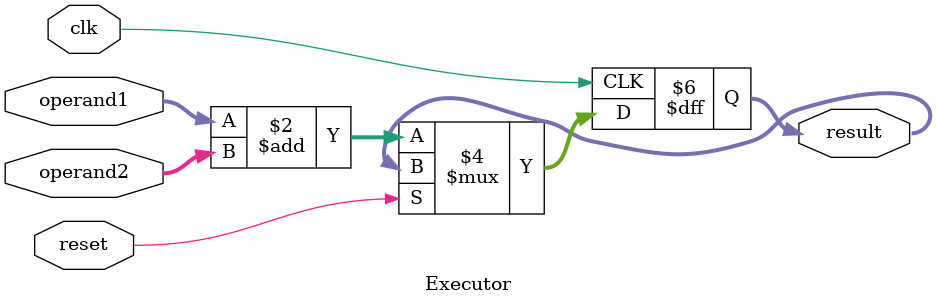
<source format=v>
/**@file
 * @brief
 * @author    Igor Lesik
 * @copyright Igor Lesik 2013
 */

module Executor
#(parameter WIDTH = 32)
(
    input clk,
    input reset,
    input [WIDTH-1:0] operand1,
    input [WIDTH-1:0] operand2,
    output reg [WIDTH-1:0] result
);


    always @(posedge clk)
    begin

        if (reset)
        begin
            //
            //
        end
        else
        begin
            $display("Adding %h + %h", operand1, operand2);
            result <= operand1 + operand2;
        end
    end

endmodule

</source>
